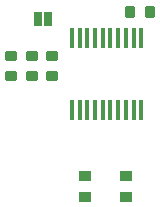
<source format=gtp>
G04 Layer_Color=8421504*
%FSLAX44Y44*%
%MOMM*%
G71*
G01*
G75*
%ADD10R,0.6350X1.2700*%
%ADD11R,1.0160X0.8636*%
%ADD12R,0.4064X1.6510*%
G04:AMPARAMS|DCode=13|XSize=1mm|YSize=0.9mm|CornerRadius=0.1125mm|HoleSize=0mm|Usage=FLASHONLY|Rotation=0.000|XOffset=0mm|YOffset=0mm|HoleType=Round|Shape=RoundedRectangle|*
%AMROUNDEDRECTD13*
21,1,1.0000,0.6750,0,0,0.0*
21,1,0.7750,0.9000,0,0,0.0*
1,1,0.2250,0.3875,-0.3375*
1,1,0.2250,-0.3875,-0.3375*
1,1,0.2250,-0.3875,0.3375*
1,1,0.2250,0.3875,0.3375*
%
%ADD13ROUNDEDRECTD13*%
G04:AMPARAMS|DCode=14|XSize=1mm|YSize=0.9mm|CornerRadius=0.1125mm|HoleSize=0mm|Usage=FLASHONLY|Rotation=90.000|XOffset=0mm|YOffset=0mm|HoleType=Round|Shape=RoundedRectangle|*
%AMROUNDEDRECTD14*
21,1,1.0000,0.6750,0,0,90.0*
21,1,0.7750,0.9000,0,0,90.0*
1,1,0.2250,0.3375,0.3875*
1,1,0.2250,0.3375,-0.3875*
1,1,0.2250,-0.3375,-0.3875*
1,1,0.2250,-0.3375,0.3875*
%
%ADD14ROUNDEDRECTD14*%
D10*
X-48428Y47000D02*
D03*
X-57500D02*
D03*
D11*
X17526Y-103750D02*
D03*
X-17500D02*
D03*
X17526Y-86110D02*
D03*
X-17500D02*
D03*
D12*
X-28250Y30734D02*
D03*
X-21750D02*
D03*
X-15250D02*
D03*
X-2250D02*
D03*
X-8750D02*
D03*
X4250D02*
D03*
X10802D02*
D03*
X17406D02*
D03*
X23756D02*
D03*
X30360D02*
D03*
X-28250Y-30500D02*
D03*
X-21750D02*
D03*
X-15250D02*
D03*
X-8750D02*
D03*
X-2250D02*
D03*
X4250D02*
D03*
X10802D02*
D03*
X17406D02*
D03*
X23756D02*
D03*
X30360D02*
D03*
D13*
X-80000Y16000D02*
D03*
Y-1000D02*
D03*
X-62500Y16000D02*
D03*
Y-1000D02*
D03*
X-45000Y16000D02*
D03*
Y-1000D02*
D03*
D14*
X37500Y53000D02*
D03*
X20500D02*
D03*
M02*

</source>
